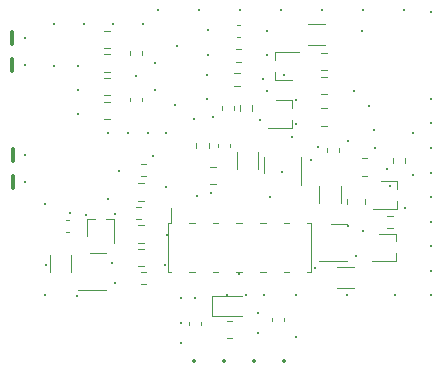
<source format=gbr>
%TF.GenerationSoftware,KiCad,Pcbnew,(6.0.5)*%
%TF.CreationDate,2022-08-22T16:05:22+08:00*%
%TF.ProjectId,SX7H02060050-1,53583748-3032-4303-9630-3035302d312e,rev?*%
%TF.SameCoordinates,PX8af34a0PY598cce0*%
%TF.FileFunction,Legend,Bot*%
%TF.FilePolarity,Positive*%
%FSLAX46Y46*%
G04 Gerber Fmt 4.6, Leading zero omitted, Abs format (unit mm)*
G04 Created by KiCad (PCBNEW (6.0.5)) date 2022-08-22 16:05:22*
%MOMM*%
%LPD*%
G01*
G04 APERTURE LIST*
%ADD10C,0.120000*%
%ADD11C,0.300000*%
%ADD12O,0.300000X1.499999*%
%ADD13C,0.250000*%
%ADD14C,0.350000*%
G04 APERTURE END LIST*
D10*
%TO.C,Q204*%
X155747000Y-68089000D02*
X154337000Y-68089000D01*
X154337000Y-67429000D02*
X154337000Y-68089000D01*
X154337000Y-65769000D02*
X156367000Y-65769000D01*
X154337000Y-65769000D02*
X154337000Y-66429000D01*
%TO.C,C209*%
X151397580Y-63498000D02*
X151116420Y-63498000D01*
X151397580Y-64518000D02*
X151116420Y-64518000D01*
%TO.C,R202*%
X139897936Y-63965000D02*
X140352064Y-63965000D01*
X139897936Y-65435000D02*
X140352064Y-65435000D01*
%TO.C,R211*%
X161001064Y-85746000D02*
X159546936Y-85746000D01*
X161001064Y-83926000D02*
X159546936Y-83926000D01*
%TO.C,R221*%
X158723064Y-70512000D02*
X158268936Y-70512000D01*
X158723064Y-71982000D02*
X158268936Y-71982000D01*
%TO.C,R203*%
X139897936Y-67965000D02*
X140352064Y-67965000D01*
X139897936Y-69435000D02*
X140352064Y-69435000D01*
%TO.C,R206*%
X158723064Y-67845000D02*
X158268936Y-67845000D01*
X158723064Y-69315000D02*
X158268936Y-69315000D01*
%TO.C,D217*%
X156500000Y-75311000D02*
X156500000Y-76986000D01*
X153380000Y-75311000D02*
X153380000Y-74661000D01*
X156500000Y-75311000D02*
X156500000Y-74661000D01*
X153380000Y-75311000D02*
X153380000Y-75961000D01*
%TO.C,R222*%
X158094000Y-78578064D02*
X158094000Y-77123936D01*
X159914000Y-78578064D02*
X159914000Y-77123936D01*
%TO.C,C204*%
X154074400Y-88557980D02*
X154074400Y-88276820D01*
X155094400Y-88557980D02*
X155094400Y-88276820D01*
%TO.C,R212*%
X137104800Y-84394664D02*
X137104800Y-82940536D01*
X135284800Y-84394664D02*
X135284800Y-82940536D01*
%TO.C,D215*%
X148969600Y-88099000D02*
X151519600Y-88099000D01*
X148969600Y-88099000D02*
X148969600Y-86399000D01*
X148969600Y-86399000D02*
X151519600Y-86399000D01*
%TO.C,C202*%
X143085000Y-69890580D02*
X143085000Y-69609420D01*
X142065000Y-69890580D02*
X142065000Y-69609420D01*
%TO.C,R210*%
X143229064Y-81888000D02*
X142774936Y-81888000D01*
X143229064Y-80418000D02*
X142774936Y-80418000D01*
%TO.C,R225*%
X165368500Y-75167258D02*
X165368500Y-74692742D01*
X164323500Y-75167258D02*
X164323500Y-74692742D01*
%TO.C,R216*%
X147686500Y-73897258D02*
X147686500Y-73422742D01*
X148731500Y-73897258D02*
X148731500Y-73422742D01*
%TO.C,R205*%
X161923400Y-78208136D02*
X161923400Y-78662264D01*
X160453400Y-78208136D02*
X160453400Y-78662264D01*
%TO.C,J202*%
X153060000Y-84360000D02*
X153540000Y-84360000D01*
X147060000Y-80240000D02*
X147540000Y-80240000D01*
X149060000Y-80240000D02*
X149540000Y-80240000D01*
X145240000Y-80240000D02*
X145240000Y-84360000D01*
X145540000Y-78985000D02*
X145540000Y-80240000D01*
X155060000Y-80240000D02*
X155540000Y-80240000D01*
X157060000Y-80240000D02*
X157360000Y-80240000D01*
X147060000Y-84360000D02*
X147540000Y-84360000D01*
X155060000Y-84360000D02*
X155540000Y-84360000D01*
X145240000Y-80240000D02*
X145540000Y-80240000D01*
X151060000Y-80240000D02*
X151540000Y-80240000D01*
X157360000Y-80240000D02*
X157360000Y-84360000D01*
X153060000Y-80240000D02*
X153540000Y-80240000D01*
X149060000Y-84360000D02*
X149540000Y-84360000D01*
X151060000Y-84360000D02*
X151540000Y-84360000D01*
X157060000Y-84360000D02*
X157360000Y-84360000D01*
X145240000Y-84360000D02*
X145540000Y-84360000D01*
%TO.C,R214*%
X143442458Y-76290700D02*
X142967942Y-76290700D01*
X143442458Y-75245700D02*
X142967942Y-75245700D01*
%TO.C,Q205*%
X155797000Y-72153000D02*
X155797000Y-71493000D01*
X154387000Y-69833000D02*
X155797000Y-69833000D01*
X155797000Y-72153000D02*
X153767000Y-72153000D01*
X155797000Y-70493000D02*
X155797000Y-69833000D01*
%TO.C,R209*%
X143229064Y-78332000D02*
X142774936Y-78332000D01*
X143229064Y-76862000D02*
X142774936Y-76862000D01*
%TO.C,C208*%
X158748000Y-74181580D02*
X158748000Y-73900420D01*
X159768000Y-74181580D02*
X159768000Y-73900420D01*
%TO.C,Q201*%
X164560000Y-83456000D02*
X162530000Y-83456000D01*
X163150000Y-81136000D02*
X164560000Y-81136000D01*
X164560000Y-83456000D02*
X164560000Y-82796000D01*
X164560000Y-81796000D02*
X164560000Y-81136000D01*
%TO.C,Q203*%
X163277000Y-76691000D02*
X164687000Y-76691000D01*
X164687000Y-79011000D02*
X164687000Y-78351000D01*
X164687000Y-79011000D02*
X162657000Y-79011000D01*
X164687000Y-77351000D02*
X164687000Y-76691000D01*
%TO.C,Q202*%
X140733000Y-79915000D02*
X140073000Y-79915000D01*
X138413000Y-81325000D02*
X138413000Y-79915000D01*
X139073000Y-79915000D02*
X138413000Y-79915000D01*
X140733000Y-79915000D02*
X140733000Y-81945000D01*
%TO.C,D216*%
X159766000Y-80355000D02*
X159116000Y-80355000D01*
X159766000Y-80355000D02*
X160416000Y-80355000D01*
X159766000Y-83475000D02*
X160416000Y-83475000D01*
X159766000Y-83475000D02*
X158091000Y-83475000D01*
%TO.C,R215*%
X151367258Y-67549500D02*
X150892742Y-67549500D01*
X151367258Y-68594500D02*
X150892742Y-68594500D01*
%TO.C,C210*%
X150878000Y-70625580D02*
X150878000Y-70344420D01*
X149858000Y-70625580D02*
X149858000Y-70344420D01*
%TO.C,R207*%
X149325064Y-76935000D02*
X148870936Y-76935000D01*
X149325064Y-75465000D02*
X148870936Y-75465000D01*
%TO.C,R217*%
X164321258Y-80659500D02*
X163846742Y-80659500D01*
X164321258Y-79614500D02*
X163846742Y-79614500D01*
%TO.C,R224*%
X151109000Y-75657064D02*
X151109000Y-74202936D01*
X152929000Y-75657064D02*
X152929000Y-74202936D01*
%TO.C,R213*%
X143442458Y-84389700D02*
X142967942Y-84389700D01*
X143442458Y-85434700D02*
X142967942Y-85434700D01*
%TO.C,D218*%
X139344400Y-85888000D02*
X139994400Y-85888000D01*
X139344400Y-82768000D02*
X138694400Y-82768000D01*
X139344400Y-82768000D02*
X139994400Y-82768000D01*
X139344400Y-85888000D02*
X137669400Y-85888000D01*
%TO.C,R204*%
X140352064Y-67435000D02*
X139897936Y-67435000D01*
X140352064Y-65965000D02*
X139897936Y-65965000D01*
%TO.C,R226*%
X151494258Y-65517500D02*
X151019742Y-65517500D01*
X151494258Y-66562500D02*
X151019742Y-66562500D01*
%TO.C,R218*%
X143036058Y-78852500D02*
X142561542Y-78852500D01*
X143036058Y-79897500D02*
X142561542Y-79897500D01*
%TO.C,R223*%
X158588064Y-65172000D02*
X157133936Y-65172000D01*
X158588064Y-63352000D02*
X157133936Y-63352000D01*
%TO.C,R227*%
X151369500Y-70722258D02*
X151369500Y-70247742D01*
X152414500Y-70722258D02*
X152414500Y-70247742D01*
%TO.C,C201*%
X150497000Y-73519420D02*
X150497000Y-73800580D01*
X149477000Y-73519420D02*
X149477000Y-73800580D01*
%TO.C,R219*%
X161697936Y-74753800D02*
X162152064Y-74753800D01*
X161697936Y-76223800D02*
X162152064Y-76223800D01*
%TO.C,R208*%
X143229064Y-83869200D02*
X142774936Y-83869200D01*
X143229064Y-82399200D02*
X142774936Y-82399200D01*
%TO.C,R228*%
X150722064Y-88495200D02*
X150267936Y-88495200D01*
X150722064Y-89965200D02*
X150267936Y-89965200D01*
%TO.C,C207*%
X136638420Y-81028000D02*
X136919580Y-81028000D01*
X136638420Y-80008000D02*
X136919580Y-80008000D01*
%TO.C,R220*%
X158723064Y-67283000D02*
X158268936Y-67283000D01*
X158723064Y-65813000D02*
X158268936Y-65813000D01*
%TO.C,C203*%
X143060000Y-65990580D02*
X143060000Y-65709420D01*
X142040000Y-65990580D02*
X142040000Y-65709420D01*
%TO.C,R201*%
X139897936Y-71435000D02*
X140352064Y-71435000D01*
X139897936Y-69965000D02*
X140352064Y-69965000D01*
%TO.C,C205*%
X147064000Y-88888180D02*
X147064000Y-88607020D01*
X148084000Y-88888180D02*
X148084000Y-88607020D01*
%TD*%
D11*
X153670000Y-69088000D03*
X167513000Y-69723000D03*
X138328400Y-79552800D03*
X160528000Y-73279000D03*
X167513000Y-62357000D03*
X152933400Y-87833200D03*
X154812999Y-62230000D03*
X150291800Y-86360000D03*
X161755665Y-62230000D03*
X161671000Y-64008000D03*
X152933400Y-89560400D03*
X137541000Y-86410800D03*
X164465000Y-86360000D03*
X165354000Y-78994000D03*
X145161000Y-81280000D03*
X161036000Y-69088000D03*
X161798000Y-80899000D03*
X147523200Y-71424800D03*
X141122400Y-75793600D03*
X167513000Y-80121125D03*
X137668000Y-68961000D03*
X165989000Y-72644000D03*
X141884400Y-72644000D03*
X154940000Y-75946000D03*
X134874000Y-78613000D03*
X143560800Y-72644000D03*
X146050000Y-65278000D03*
X143129000Y-63373000D03*
X160401000Y-86360000D03*
X167513000Y-78041500D03*
X140817600Y-85293200D03*
X145135600Y-72644000D03*
X148590000Y-69723000D03*
X156083000Y-86360000D03*
X134874000Y-86360000D03*
X135636000Y-63373000D03*
X134910000Y-83820000D03*
X135590000Y-66929000D03*
X164084000Y-77089000D03*
X165989000Y-76200000D03*
X146380200Y-86614000D03*
X167513000Y-71802625D03*
X165227000Y-62230000D03*
X146380200Y-90424000D03*
X161163000Y-83058000D03*
X153924000Y-78001654D03*
X151341666Y-62230000D03*
X156083000Y-89890600D03*
X144399000Y-62230000D03*
X142544800Y-67818000D03*
X145858500Y-70256400D03*
X162306000Y-70358000D03*
X158284332Y-62230000D03*
X157988000Y-73787000D03*
X140631332Y-63373000D03*
X155803600Y-72948800D03*
X147574000Y-86614000D03*
X140208000Y-78181200D03*
X167513000Y-73882250D03*
X147870333Y-62230000D03*
X144145000Y-66675000D03*
X147726400Y-77978000D03*
X167513000Y-82200750D03*
X137668000Y-70993000D03*
X167513000Y-84280375D03*
X140208000Y-72644000D03*
X145084800Y-77216000D03*
X167513000Y-86360000D03*
X140512800Y-83616800D03*
X162814000Y-73914000D03*
X137668000Y-66929000D03*
X151853900Y-86360000D03*
X167513000Y-75961875D03*
X156083000Y-69850000D03*
X162687000Y-72390000D03*
X144145000Y-68961000D03*
X148590000Y-67691000D03*
X148640800Y-65989200D03*
X148640800Y-63906400D03*
X138133666Y-63373000D03*
X146380200Y-88722200D03*
X151257000Y-84582000D03*
X153416000Y-86360000D03*
X155067000Y-67691000D03*
X153289000Y-68072000D03*
X148945600Y-77673200D03*
X145034000Y-83820000D03*
X144018000Y-74549000D03*
X157734000Y-84074000D03*
X160528000Y-80518000D03*
X137007600Y-79349600D03*
X140766800Y-79502000D03*
X157353000Y-74930000D03*
X163830000Y-75692000D03*
X153670000Y-64008000D03*
X153670000Y-66040000D03*
X149098000Y-71260000D03*
X156148179Y-71819773D03*
X153035000Y-71501000D03*
D12*
X132100000Y-64550000D03*
D13*
X133150000Y-64550000D03*
X133150000Y-66850000D03*
D12*
X132100000Y-66850000D03*
D13*
X133175000Y-74475000D03*
D12*
X132125000Y-74475000D03*
D13*
X133175000Y-76775000D03*
D12*
X132125000Y-76775000D03*
D14*
X147457000Y-91922600D03*
X149997000Y-91922600D03*
X152537000Y-91922600D03*
X155077000Y-91922600D03*
M02*

</source>
